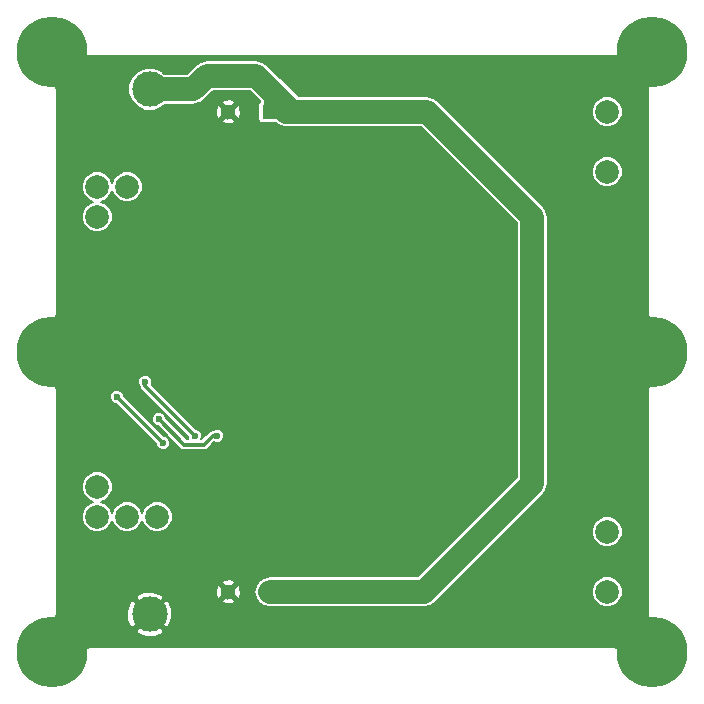
<source format=gbr>
G04 #@! TF.FileFunction,Copper,L2,Bot,Signal*
%FSLAX46Y46*%
G04 Gerber Fmt 4.6, Leading zero omitted, Abs format (unit mm)*
G04 Created by KiCad (PCBNEW 4.0.5) date 04/25/17 13:15:45*
%MOMM*%
%LPD*%
G01*
G04 APERTURE LIST*
%ADD10C,0.100000*%
%ADD11C,1.300000*%
%ADD12R,1.300000X1.300000*%
%ADD13C,3.000000*%
%ADD14C,2.000000*%
%ADD15C,6.400000*%
%ADD16R,2.800000X6.200000*%
%ADD17C,6.000000*%
%ADD18C,0.600000*%
%ADD19C,2.000000*%
%ADD20C,1.000000*%
%ADD21C,0.250000*%
%ADD22C,0.350000*%
%ADD23C,0.200000*%
G04 APERTURE END LIST*
D10*
D11*
X141915000Y-55880000D03*
D12*
X145415000Y-55880000D03*
D11*
X141915000Y-96520000D03*
D12*
X145415000Y-96520000D03*
D13*
X135255000Y-53975000D03*
X135255000Y-98425000D03*
D14*
X133350000Y-62230000D03*
X130810000Y-62230000D03*
X130810000Y-64770000D03*
X130810000Y-87630000D03*
X130810000Y-90170000D03*
X133350000Y-90170000D03*
X135890000Y-90170000D03*
X173990000Y-55880000D03*
X173990000Y-60960000D03*
X173990000Y-91440000D03*
X173990000Y-96520000D03*
D15*
X152400000Y-76200000D03*
D16*
X139700000Y-76200000D03*
D17*
X177800000Y-50800000D03*
X127000000Y-50800000D03*
X177800000Y-76200000D03*
X127000000Y-76200000D03*
X127000000Y-101600000D03*
X177800000Y-101600000D03*
D18*
X174879000Y-99060000D03*
X171069000Y-76200000D03*
X170053000Y-100330000D03*
X156337000Y-83566000D03*
X157480000Y-64516000D03*
X156337000Y-68453000D03*
X153035000Y-66040000D03*
X153035000Y-68326000D03*
X152400000Y-84328000D03*
X139065000Y-87376000D03*
X137414000Y-89281000D03*
X134874000Y-65405000D03*
X134874000Y-67691000D03*
X134874000Y-64389000D03*
X132080000Y-82550000D03*
X128524000Y-84963000D03*
X128651000Y-93726000D03*
X129540000Y-88900000D03*
X129540000Y-63500000D03*
X150114000Y-52197000D03*
X163322000Y-52959000D03*
X149860000Y-53340000D03*
X138430000Y-93980000D03*
X134620000Y-93980000D03*
X131953000Y-59944000D03*
X128397000Y-67056000D03*
X129540000Y-68707000D03*
X128397000Y-59944000D03*
X138811000Y-59944000D03*
X135890000Y-59944000D03*
X165100000Y-100330000D03*
X149860000Y-100330000D03*
X157480000Y-87757000D03*
X157480000Y-91694000D03*
X154940000Y-87757000D03*
X154940000Y-91694000D03*
X157480000Y-60706000D03*
X154940000Y-64516000D03*
X154940000Y-60706000D03*
X170180000Y-67564000D03*
X170180000Y-62484000D03*
X170180000Y-71882000D03*
X170180000Y-85090000D03*
X170180000Y-89916000D03*
X170180000Y-80772000D03*
X133350000Y-87884000D03*
X142875000Y-87249000D03*
X140208000Y-90170000D03*
X160020000Y-80772000D03*
X160020000Y-71755000D03*
X141224000Y-64643000D03*
X140462000Y-62230000D03*
X166370000Y-53848000D03*
X140335000Y-73660000D03*
X140335000Y-80010000D03*
X139065000Y-80010000D03*
X139065000Y-78740000D03*
X140335000Y-78740000D03*
X140335000Y-77470000D03*
X139065000Y-77470000D03*
X139065000Y-76200000D03*
X140335000Y-76200000D03*
X140335000Y-74930000D03*
X139065000Y-74930000D03*
X139065000Y-73660000D03*
X139065000Y-72390000D03*
X140335000Y-72390000D03*
X141605000Y-72390000D03*
X141605000Y-73660000D03*
X141605000Y-74930000D03*
X141605000Y-76200000D03*
X141605000Y-77470000D03*
X141605000Y-78740000D03*
X141605000Y-80010000D03*
X141605000Y-81280000D03*
X140335000Y-81280000D03*
X139065000Y-81280000D03*
X137795000Y-80010000D03*
X137795000Y-78740000D03*
X137795000Y-77470000D03*
X137795000Y-76200000D03*
X137795000Y-74930000D03*
X137795000Y-73660000D03*
X139065000Y-71120000D03*
X140335000Y-71120000D03*
X141605000Y-71120000D03*
X134239000Y-87376000D03*
X136144000Y-70231000D03*
X134874000Y-78740000D03*
X139065000Y-83312000D03*
X140970000Y-83312000D03*
X136017000Y-81915000D03*
X136398000Y-83947000D03*
X132461000Y-80010000D03*
D19*
X135255000Y-53975000D02*
X138938000Y-53975000D01*
X138938000Y-53975000D02*
X140081000Y-52832000D01*
X140081000Y-52832000D02*
X144272000Y-52832000D01*
X144272000Y-52832000D02*
X147320000Y-55880000D01*
X147320000Y-55880000D02*
X146812000Y-55880000D01*
X146812000Y-55880000D02*
X158750000Y-55880000D01*
D20*
X145415000Y-55880000D02*
X146812000Y-55880000D01*
D19*
X158750000Y-55880000D02*
X167640000Y-64770000D01*
X167640000Y-64770000D02*
X167640000Y-87376000D01*
X167640000Y-87376000D02*
X158496000Y-96520000D01*
X158496000Y-96520000D02*
X145415000Y-96520000D01*
D20*
X145415000Y-53975000D02*
X145415000Y-55880000D01*
X144272000Y-52832000D02*
X145415000Y-53975000D01*
X140081000Y-52832000D02*
X144272000Y-52832000D01*
X138938000Y-53975000D02*
X140081000Y-52832000D01*
X158750000Y-55880000D02*
X167640000Y-64770000D01*
X167640000Y-64770000D02*
X167640000Y-87376000D01*
X167640000Y-87376000D02*
X158496000Y-96520000D01*
X158496000Y-96520000D02*
X145415000Y-96520000D01*
D21*
X177800000Y-101600000D02*
X177419000Y-101600000D01*
X177419000Y-101600000D02*
X174879000Y-99060000D01*
X153035000Y-68326000D02*
X153035000Y-66040000D01*
X152400000Y-76200000D02*
X152400000Y-84328000D01*
X134874000Y-64389000D02*
X134874000Y-65405000D01*
X134493000Y-68707000D02*
X129540000Y-68707000D01*
X134874000Y-68326000D02*
X134874000Y-67691000D01*
X134493000Y-68707000D02*
X134874000Y-68326000D01*
X129667000Y-84963000D02*
X132080000Y-82550000D01*
X129667000Y-84963000D02*
X128524000Y-84963000D01*
X135255000Y-98425000D02*
X133223000Y-96393000D01*
X131318000Y-96393000D02*
X128651000Y-93726000D01*
X133223000Y-96393000D02*
X131318000Y-96393000D01*
X128397000Y-59944000D02*
X128397000Y-62357000D01*
X128397000Y-62357000D02*
X129540000Y-63500000D01*
X134620000Y-93980000D02*
X138430000Y-93980000D01*
X129540000Y-68199000D02*
X128397000Y-67056000D01*
X129540000Y-68707000D02*
X129540000Y-68199000D01*
X131953000Y-59944000D02*
X128397000Y-59944000D01*
X135890000Y-59944000D02*
X138811000Y-59944000D01*
X149860000Y-100330000D02*
X165100000Y-100330000D01*
X154940000Y-91694000D02*
X154940000Y-87757000D01*
X154940000Y-60706000D02*
X154940000Y-64516000D01*
X170180000Y-67564000D02*
X170180000Y-62484000D01*
X170180000Y-85090000D02*
X170180000Y-89916000D01*
X140335000Y-76200000D02*
X139065000Y-76200000D01*
X140335000Y-73660000D02*
X139065000Y-73660000D01*
X139065000Y-80010000D02*
X140335000Y-80010000D01*
X140335000Y-78740000D02*
X139065000Y-78740000D01*
X139065000Y-77470000D02*
X140335000Y-77470000D01*
X139065000Y-74930000D02*
X140335000Y-74930000D01*
X139065000Y-72390000D02*
X140335000Y-72390000D01*
X141605000Y-72390000D02*
X141605000Y-73660000D01*
X141605000Y-74930000D02*
X141605000Y-76200000D01*
X141605000Y-77470000D02*
X141605000Y-78740000D01*
X141605000Y-80010000D02*
X141605000Y-81280000D01*
X140335000Y-81280000D02*
X139065000Y-81280000D01*
X137795000Y-80010000D02*
X137795000Y-78740000D01*
X137795000Y-77470000D02*
X137795000Y-76200000D01*
X137795000Y-74930000D02*
X137795000Y-73660000D01*
X139065000Y-71120000D02*
X140335000Y-71120000D01*
D22*
X134874000Y-79121000D02*
X134874000Y-78740000D01*
X139065000Y-83312000D02*
X134874000Y-79121000D01*
X140970000Y-83312000D02*
X140589000Y-83312000D01*
X140589000Y-83312000D02*
X139827000Y-84074000D01*
X138176000Y-84074000D02*
X136017000Y-81915000D01*
X139827000Y-84074000D02*
X138176000Y-84074000D01*
X136398000Y-83947000D02*
X132461000Y-80010000D01*
D23*
G36*
X177477081Y-53793503D02*
X177474064Y-53800785D01*
X177453545Y-53831494D01*
X177446340Y-53867717D01*
X177432205Y-53901841D01*
X177432205Y-53938778D01*
X177425000Y-53975000D01*
X177425000Y-73025000D01*
X177432205Y-73061222D01*
X177432205Y-73098159D01*
X177446340Y-73132283D01*
X177453545Y-73168506D01*
X177474064Y-73199215D01*
X177488199Y-73233339D01*
X177514315Y-73259455D01*
X177534835Y-73290165D01*
X177565547Y-73310686D01*
X177591662Y-73336801D01*
X177625783Y-73350935D01*
X177656494Y-73371455D01*
X177692717Y-73378660D01*
X177700000Y-73381677D01*
X177700000Y-79018323D01*
X177692717Y-79021340D01*
X177656494Y-79028545D01*
X177625783Y-79049065D01*
X177591662Y-79063199D01*
X177565547Y-79089314D01*
X177534835Y-79109835D01*
X177514315Y-79140545D01*
X177488199Y-79166661D01*
X177474064Y-79200785D01*
X177453545Y-79231494D01*
X177446340Y-79267717D01*
X177432205Y-79301841D01*
X177432205Y-79338778D01*
X177425000Y-79375000D01*
X177425000Y-98425000D01*
X177432205Y-98461222D01*
X177432205Y-98498159D01*
X177446340Y-98532283D01*
X177453545Y-98568506D01*
X177474064Y-98599215D01*
X177477081Y-98606497D01*
X174806497Y-101277081D01*
X174799215Y-101274064D01*
X174768506Y-101253545D01*
X174732283Y-101246340D01*
X174698159Y-101232205D01*
X174661222Y-101232205D01*
X174625000Y-101225000D01*
X130175000Y-101225000D01*
X130138778Y-101232205D01*
X130101841Y-101232205D01*
X130067717Y-101246340D01*
X130031494Y-101253545D01*
X130000785Y-101274064D01*
X129993503Y-101277081D01*
X128542263Y-99825841D01*
X134066291Y-99825841D01*
X134241100Y-100075709D01*
X134949978Y-100338059D01*
X135705293Y-100309162D01*
X136268900Y-100075709D01*
X136443709Y-99825841D01*
X135255000Y-98637132D01*
X134066291Y-99825841D01*
X128542263Y-99825841D01*
X127322919Y-98606497D01*
X127325936Y-98599215D01*
X127346455Y-98568506D01*
X127353660Y-98532283D01*
X127367795Y-98498159D01*
X127367795Y-98461222D01*
X127375000Y-98425000D01*
X127375000Y-98119978D01*
X133341941Y-98119978D01*
X133370838Y-98875293D01*
X133604291Y-99438900D01*
X133854159Y-99613709D01*
X135042868Y-98425000D01*
X135467132Y-98425000D01*
X136655841Y-99613709D01*
X136905709Y-99438900D01*
X137168059Y-98730022D01*
X137139162Y-97974707D01*
X136905709Y-97411100D01*
X136752792Y-97304118D01*
X141343014Y-97304118D01*
X141413294Y-97465735D01*
X141813401Y-97585740D01*
X142228976Y-97543495D01*
X142416706Y-97465735D01*
X142486986Y-97304118D01*
X141915000Y-96732132D01*
X141343014Y-97304118D01*
X136752792Y-97304118D01*
X136655841Y-97236291D01*
X135467132Y-98425000D01*
X135042868Y-98425000D01*
X133854159Y-97236291D01*
X133604291Y-97411100D01*
X133341941Y-98119978D01*
X127375000Y-98119978D01*
X127375000Y-97024159D01*
X134066291Y-97024159D01*
X135255000Y-98212868D01*
X136443709Y-97024159D01*
X136268900Y-96774291D01*
X135560022Y-96511941D01*
X134804707Y-96540838D01*
X134241100Y-96774291D01*
X134066291Y-97024159D01*
X127375000Y-97024159D01*
X127375000Y-96418401D01*
X140849260Y-96418401D01*
X140891505Y-96833976D01*
X140969265Y-97021706D01*
X141130882Y-97091986D01*
X141702868Y-96520000D01*
X142127132Y-96520000D01*
X142699118Y-97091986D01*
X142860735Y-97021706D01*
X142980740Y-96621599D01*
X142938495Y-96206024D01*
X142860735Y-96018294D01*
X142699118Y-95948014D01*
X142127132Y-96520000D01*
X141702868Y-96520000D01*
X141130882Y-95948014D01*
X140969265Y-96018294D01*
X140849260Y-96418401D01*
X127375000Y-96418401D01*
X127375000Y-95735882D01*
X141343014Y-95735882D01*
X141915000Y-96307868D01*
X142486986Y-95735882D01*
X142416706Y-95574265D01*
X142016599Y-95454260D01*
X141601024Y-95496505D01*
X141413294Y-95574265D01*
X141343014Y-95735882D01*
X127375000Y-95735882D01*
X127375000Y-87887452D01*
X129509774Y-87887452D01*
X129707271Y-88365429D01*
X130072647Y-88731444D01*
X130478985Y-88900170D01*
X130074571Y-89067271D01*
X129708556Y-89432647D01*
X129510226Y-89910279D01*
X129509774Y-90427452D01*
X129707271Y-90905429D01*
X130072647Y-91271444D01*
X130550279Y-91469774D01*
X131067452Y-91470226D01*
X131545429Y-91272729D01*
X131911444Y-90907353D01*
X132080170Y-90501015D01*
X132247271Y-90905429D01*
X132612647Y-91271444D01*
X133090279Y-91469774D01*
X133607452Y-91470226D01*
X134085429Y-91272729D01*
X134451444Y-90907353D01*
X134620170Y-90501015D01*
X134787271Y-90905429D01*
X135152647Y-91271444D01*
X135630279Y-91469774D01*
X136147452Y-91470226D01*
X136625429Y-91272729D01*
X136991444Y-90907353D01*
X137189774Y-90429721D01*
X137190226Y-89912548D01*
X136992729Y-89434571D01*
X136627353Y-89068556D01*
X136149721Y-88870226D01*
X135632548Y-88869774D01*
X135154571Y-89067271D01*
X134788556Y-89432647D01*
X134619830Y-89838985D01*
X134452729Y-89434571D01*
X134087353Y-89068556D01*
X133609721Y-88870226D01*
X133092548Y-88869774D01*
X132614571Y-89067271D01*
X132248556Y-89432647D01*
X132079830Y-89838985D01*
X131912729Y-89434571D01*
X131547353Y-89068556D01*
X131141015Y-88899830D01*
X131545429Y-88732729D01*
X131911444Y-88367353D01*
X132109774Y-87889721D01*
X132110226Y-87372548D01*
X131912729Y-86894571D01*
X131547353Y-86528556D01*
X131069721Y-86330226D01*
X130552548Y-86329774D01*
X130074571Y-86527271D01*
X129708556Y-86892647D01*
X129510226Y-87370279D01*
X129509774Y-87887452D01*
X127375000Y-87887452D01*
X127375000Y-80128824D01*
X131860896Y-80128824D01*
X131952048Y-80349429D01*
X132120683Y-80518359D01*
X132341129Y-80609896D01*
X132389186Y-80609938D01*
X135797937Y-84018689D01*
X135797896Y-84065824D01*
X135889048Y-84286429D01*
X136057683Y-84455359D01*
X136278129Y-84546896D01*
X136516824Y-84547104D01*
X136737429Y-84455952D01*
X136906359Y-84287317D01*
X136997896Y-84066871D01*
X136998104Y-83828176D01*
X136906952Y-83607571D01*
X136738317Y-83438641D01*
X136517871Y-83347104D01*
X136469814Y-83347062D01*
X133061063Y-79938311D01*
X133061104Y-79891176D01*
X132969952Y-79670571D01*
X132801317Y-79501641D01*
X132580871Y-79410104D01*
X132342176Y-79409896D01*
X132121571Y-79501048D01*
X131952641Y-79669683D01*
X131861104Y-79890129D01*
X131860896Y-80128824D01*
X127375000Y-80128824D01*
X127375000Y-79375000D01*
X127367795Y-79338778D01*
X127367795Y-79301841D01*
X127353660Y-79267717D01*
X127346455Y-79231494D01*
X127325936Y-79200785D01*
X127311801Y-79166661D01*
X127285684Y-79140544D01*
X127265165Y-79109835D01*
X127234456Y-79089316D01*
X127208339Y-79063199D01*
X127174216Y-79049065D01*
X127143506Y-79028545D01*
X127107280Y-79021339D01*
X127100000Y-79018324D01*
X127100000Y-78858824D01*
X134273896Y-78858824D01*
X134365048Y-79079429D01*
X134399000Y-79113440D01*
X134399000Y-79121000D01*
X134435157Y-79302775D01*
X134538124Y-79456876D01*
X138464937Y-83383689D01*
X138464896Y-83430824D01*
X138534385Y-83599000D01*
X138372752Y-83599000D01*
X136617063Y-81843311D01*
X136617104Y-81796176D01*
X136525952Y-81575571D01*
X136357317Y-81406641D01*
X136136871Y-81315104D01*
X135898176Y-81314896D01*
X135677571Y-81406048D01*
X135508641Y-81574683D01*
X135417104Y-81795129D01*
X135416896Y-82033824D01*
X135508048Y-82254429D01*
X135676683Y-82423359D01*
X135897129Y-82514896D01*
X135945186Y-82514938D01*
X137840124Y-84409876D01*
X137994225Y-84512843D01*
X138176000Y-84549000D01*
X139827000Y-84549000D01*
X140008775Y-84512843D01*
X140162876Y-84409876D01*
X140716389Y-83856363D01*
X140850129Y-83911896D01*
X141088824Y-83912104D01*
X141309429Y-83820952D01*
X141478359Y-83652317D01*
X141569896Y-83431871D01*
X141570104Y-83193176D01*
X141478952Y-82972571D01*
X141310317Y-82803641D01*
X141089871Y-82712104D01*
X140851176Y-82711896D01*
X140630571Y-82803048D01*
X140596560Y-82837000D01*
X140589005Y-82837000D01*
X140589000Y-82836999D01*
X140437384Y-82867158D01*
X140407225Y-82873157D01*
X140259770Y-82971683D01*
X140253124Y-82976124D01*
X139630248Y-83599000D01*
X139595498Y-83599000D01*
X139664896Y-83431871D01*
X139665104Y-83193176D01*
X139573952Y-82972571D01*
X139405317Y-82803641D01*
X139184871Y-82712104D01*
X139136814Y-82712062D01*
X135418363Y-78993611D01*
X135473896Y-78859871D01*
X135474104Y-78621176D01*
X135382952Y-78400571D01*
X135214317Y-78231641D01*
X134993871Y-78140104D01*
X134755176Y-78139896D01*
X134534571Y-78231048D01*
X134365641Y-78399683D01*
X134274104Y-78620129D01*
X134273896Y-78858824D01*
X127100000Y-78858824D01*
X127100000Y-73381676D01*
X127107280Y-73378661D01*
X127143506Y-73371455D01*
X127174216Y-73350935D01*
X127208339Y-73336801D01*
X127234456Y-73310684D01*
X127265165Y-73290165D01*
X127285684Y-73259456D01*
X127311801Y-73233339D01*
X127325936Y-73199215D01*
X127346455Y-73168506D01*
X127353660Y-73132283D01*
X127367795Y-73098159D01*
X127367795Y-73061222D01*
X127375000Y-73025000D01*
X127375000Y-62487452D01*
X129509774Y-62487452D01*
X129707271Y-62965429D01*
X130072647Y-63331444D01*
X130478985Y-63500170D01*
X130074571Y-63667271D01*
X129708556Y-64032647D01*
X129510226Y-64510279D01*
X129509774Y-65027452D01*
X129707271Y-65505429D01*
X130072647Y-65871444D01*
X130550279Y-66069774D01*
X131067452Y-66070226D01*
X131545429Y-65872729D01*
X131911444Y-65507353D01*
X132109774Y-65029721D01*
X132110226Y-64512548D01*
X131912729Y-64034571D01*
X131547353Y-63668556D01*
X131141015Y-63499830D01*
X131545429Y-63332729D01*
X131911444Y-62967353D01*
X132080170Y-62561015D01*
X132247271Y-62965429D01*
X132612647Y-63331444D01*
X133090279Y-63529774D01*
X133607452Y-63530226D01*
X134085429Y-63332729D01*
X134451444Y-62967353D01*
X134649774Y-62489721D01*
X134650226Y-61972548D01*
X134452729Y-61494571D01*
X134087353Y-61128556D01*
X133609721Y-60930226D01*
X133092548Y-60929774D01*
X132614571Y-61127271D01*
X132248556Y-61492647D01*
X132079830Y-61898985D01*
X131912729Y-61494571D01*
X131547353Y-61128556D01*
X131069721Y-60930226D01*
X130552548Y-60929774D01*
X130074571Y-61127271D01*
X129708556Y-61492647D01*
X129510226Y-61970279D01*
X129509774Y-62487452D01*
X127375000Y-62487452D01*
X127375000Y-56664118D01*
X141343014Y-56664118D01*
X141413294Y-56825735D01*
X141813401Y-56945740D01*
X142228976Y-56903495D01*
X142416706Y-56825735D01*
X142486986Y-56664118D01*
X141915000Y-56092132D01*
X141343014Y-56664118D01*
X127375000Y-56664118D01*
X127375000Y-55778401D01*
X140849260Y-55778401D01*
X140891505Y-56193976D01*
X140969265Y-56381706D01*
X141130882Y-56451986D01*
X141702868Y-55880000D01*
X142127132Y-55880000D01*
X142699118Y-56451986D01*
X142860735Y-56381706D01*
X142980740Y-55981599D01*
X142938495Y-55566024D01*
X142860735Y-55378294D01*
X142699118Y-55308014D01*
X142127132Y-55880000D01*
X141702868Y-55880000D01*
X141130882Y-55308014D01*
X140969265Y-55378294D01*
X140849260Y-55778401D01*
X127375000Y-55778401D01*
X127375000Y-54331471D01*
X133454688Y-54331471D01*
X133728145Y-54993286D01*
X134234051Y-55500076D01*
X134895387Y-55774687D01*
X135611471Y-55775312D01*
X136273286Y-55501855D01*
X136500537Y-55275000D01*
X138938000Y-55275000D01*
X139435489Y-55176043D01*
X139555458Y-55095882D01*
X141343014Y-55095882D01*
X141915000Y-55667868D01*
X142486986Y-55095882D01*
X142416706Y-54934265D01*
X142016599Y-54814260D01*
X141601024Y-54856505D01*
X141413294Y-54934265D01*
X141343014Y-55095882D01*
X139555458Y-55095882D01*
X139857239Y-54894239D01*
X140619478Y-54132000D01*
X143733522Y-54132000D01*
X144588561Y-54987039D01*
X144551721Y-55010745D01*
X144483222Y-55110997D01*
X144459123Y-55230000D01*
X144459123Y-56530000D01*
X144480042Y-56641173D01*
X144545745Y-56743279D01*
X144645997Y-56811778D01*
X144765000Y-56835877D01*
X145947594Y-56835877D01*
X146314512Y-57081043D01*
X146812000Y-57180000D01*
X158211522Y-57180000D01*
X166340000Y-65308478D01*
X166340000Y-86837522D01*
X157957522Y-95220000D01*
X145415000Y-95220000D01*
X144917512Y-95318957D01*
X144495761Y-95600761D01*
X144213957Y-96022512D01*
X144115000Y-96520000D01*
X144213957Y-97017488D01*
X144495761Y-97439239D01*
X144917512Y-97721043D01*
X145415000Y-97820000D01*
X158496000Y-97820000D01*
X158993489Y-97721043D01*
X159415239Y-97439239D01*
X160077026Y-96777452D01*
X172689774Y-96777452D01*
X172887271Y-97255429D01*
X173252647Y-97621444D01*
X173730279Y-97819774D01*
X174247452Y-97820226D01*
X174725429Y-97622729D01*
X175091444Y-97257353D01*
X175289774Y-96779721D01*
X175290226Y-96262548D01*
X175092729Y-95784571D01*
X174727353Y-95418556D01*
X174249721Y-95220226D01*
X173732548Y-95219774D01*
X173254571Y-95417271D01*
X172888556Y-95782647D01*
X172690226Y-96260279D01*
X172689774Y-96777452D01*
X160077026Y-96777452D01*
X165157026Y-91697452D01*
X172689774Y-91697452D01*
X172887271Y-92175429D01*
X173252647Y-92541444D01*
X173730279Y-92739774D01*
X174247452Y-92740226D01*
X174725429Y-92542729D01*
X175091444Y-92177353D01*
X175289774Y-91699721D01*
X175290226Y-91182548D01*
X175092729Y-90704571D01*
X174727353Y-90338556D01*
X174249721Y-90140226D01*
X173732548Y-90139774D01*
X173254571Y-90337271D01*
X172888556Y-90702647D01*
X172690226Y-91180279D01*
X172689774Y-91697452D01*
X165157026Y-91697452D01*
X168559239Y-88295239D01*
X168841043Y-87873488D01*
X168940000Y-87376000D01*
X168940000Y-64770005D01*
X168940001Y-64770000D01*
X168841043Y-64272512D01*
X168559239Y-63850761D01*
X165925930Y-61217452D01*
X172689774Y-61217452D01*
X172887271Y-61695429D01*
X173252647Y-62061444D01*
X173730279Y-62259774D01*
X174247452Y-62260226D01*
X174725429Y-62062729D01*
X175091444Y-61697353D01*
X175289774Y-61219721D01*
X175290226Y-60702548D01*
X175092729Y-60224571D01*
X174727353Y-59858556D01*
X174249721Y-59660226D01*
X173732548Y-59659774D01*
X173254571Y-59857271D01*
X172888556Y-60222647D01*
X172690226Y-60700279D01*
X172689774Y-61217452D01*
X165925930Y-61217452D01*
X160845930Y-56137452D01*
X172689774Y-56137452D01*
X172887271Y-56615429D01*
X173252647Y-56981444D01*
X173730279Y-57179774D01*
X174247452Y-57180226D01*
X174725429Y-56982729D01*
X175091444Y-56617353D01*
X175289774Y-56139721D01*
X175290226Y-55622548D01*
X175092729Y-55144571D01*
X174727353Y-54778556D01*
X174249721Y-54580226D01*
X173732548Y-54579774D01*
X173254571Y-54777271D01*
X172888556Y-55142647D01*
X172690226Y-55620279D01*
X172689774Y-56137452D01*
X160845930Y-56137452D01*
X159669239Y-54960761D01*
X159247489Y-54678957D01*
X158750000Y-54580000D01*
X147858478Y-54580000D01*
X145191239Y-51912761D01*
X144769489Y-51630957D01*
X144272000Y-51532000D01*
X140081000Y-51532000D01*
X139583511Y-51630957D01*
X139161761Y-51912761D01*
X138399522Y-52675000D01*
X136500632Y-52675000D01*
X136275949Y-52449924D01*
X135614613Y-52175313D01*
X134898529Y-52174688D01*
X134236714Y-52448145D01*
X133729924Y-52954051D01*
X133455313Y-53615387D01*
X133454688Y-54331471D01*
X127375000Y-54331471D01*
X127375000Y-53975000D01*
X127367795Y-53938778D01*
X127367795Y-53901841D01*
X127353660Y-53867717D01*
X127346455Y-53831494D01*
X127325936Y-53800785D01*
X127322919Y-53793503D01*
X129993503Y-51122919D01*
X130000785Y-51125936D01*
X130031494Y-51146455D01*
X130067717Y-51153660D01*
X130101841Y-51167795D01*
X130138778Y-51167795D01*
X130175000Y-51175000D01*
X174625000Y-51175000D01*
X174661222Y-51167795D01*
X174698159Y-51167795D01*
X174732283Y-51153660D01*
X174768506Y-51146455D01*
X174799215Y-51125936D01*
X174806497Y-51122919D01*
X177477081Y-53793503D01*
X177477081Y-53793503D01*
G37*
X177477081Y-53793503D02*
X177474064Y-53800785D01*
X177453545Y-53831494D01*
X177446340Y-53867717D01*
X177432205Y-53901841D01*
X177432205Y-53938778D01*
X177425000Y-53975000D01*
X177425000Y-73025000D01*
X177432205Y-73061222D01*
X177432205Y-73098159D01*
X177446340Y-73132283D01*
X177453545Y-73168506D01*
X177474064Y-73199215D01*
X177488199Y-73233339D01*
X177514315Y-73259455D01*
X177534835Y-73290165D01*
X177565547Y-73310686D01*
X177591662Y-73336801D01*
X177625783Y-73350935D01*
X177656494Y-73371455D01*
X177692717Y-73378660D01*
X177700000Y-73381677D01*
X177700000Y-79018323D01*
X177692717Y-79021340D01*
X177656494Y-79028545D01*
X177625783Y-79049065D01*
X177591662Y-79063199D01*
X177565547Y-79089314D01*
X177534835Y-79109835D01*
X177514315Y-79140545D01*
X177488199Y-79166661D01*
X177474064Y-79200785D01*
X177453545Y-79231494D01*
X177446340Y-79267717D01*
X177432205Y-79301841D01*
X177432205Y-79338778D01*
X177425000Y-79375000D01*
X177425000Y-98425000D01*
X177432205Y-98461222D01*
X177432205Y-98498159D01*
X177446340Y-98532283D01*
X177453545Y-98568506D01*
X177474064Y-98599215D01*
X177477081Y-98606497D01*
X174806497Y-101277081D01*
X174799215Y-101274064D01*
X174768506Y-101253545D01*
X174732283Y-101246340D01*
X174698159Y-101232205D01*
X174661222Y-101232205D01*
X174625000Y-101225000D01*
X130175000Y-101225000D01*
X130138778Y-101232205D01*
X130101841Y-101232205D01*
X130067717Y-101246340D01*
X130031494Y-101253545D01*
X130000785Y-101274064D01*
X129993503Y-101277081D01*
X128542263Y-99825841D01*
X134066291Y-99825841D01*
X134241100Y-100075709D01*
X134949978Y-100338059D01*
X135705293Y-100309162D01*
X136268900Y-100075709D01*
X136443709Y-99825841D01*
X135255000Y-98637132D01*
X134066291Y-99825841D01*
X128542263Y-99825841D01*
X127322919Y-98606497D01*
X127325936Y-98599215D01*
X127346455Y-98568506D01*
X127353660Y-98532283D01*
X127367795Y-98498159D01*
X127367795Y-98461222D01*
X127375000Y-98425000D01*
X127375000Y-98119978D01*
X133341941Y-98119978D01*
X133370838Y-98875293D01*
X133604291Y-99438900D01*
X133854159Y-99613709D01*
X135042868Y-98425000D01*
X135467132Y-98425000D01*
X136655841Y-99613709D01*
X136905709Y-99438900D01*
X137168059Y-98730022D01*
X137139162Y-97974707D01*
X136905709Y-97411100D01*
X136752792Y-97304118D01*
X141343014Y-97304118D01*
X141413294Y-97465735D01*
X141813401Y-97585740D01*
X142228976Y-97543495D01*
X142416706Y-97465735D01*
X142486986Y-97304118D01*
X141915000Y-96732132D01*
X141343014Y-97304118D01*
X136752792Y-97304118D01*
X136655841Y-97236291D01*
X135467132Y-98425000D01*
X135042868Y-98425000D01*
X133854159Y-97236291D01*
X133604291Y-97411100D01*
X133341941Y-98119978D01*
X127375000Y-98119978D01*
X127375000Y-97024159D01*
X134066291Y-97024159D01*
X135255000Y-98212868D01*
X136443709Y-97024159D01*
X136268900Y-96774291D01*
X135560022Y-96511941D01*
X134804707Y-96540838D01*
X134241100Y-96774291D01*
X134066291Y-97024159D01*
X127375000Y-97024159D01*
X127375000Y-96418401D01*
X140849260Y-96418401D01*
X140891505Y-96833976D01*
X140969265Y-97021706D01*
X141130882Y-97091986D01*
X141702868Y-96520000D01*
X142127132Y-96520000D01*
X142699118Y-97091986D01*
X142860735Y-97021706D01*
X142980740Y-96621599D01*
X142938495Y-96206024D01*
X142860735Y-96018294D01*
X142699118Y-95948014D01*
X142127132Y-96520000D01*
X141702868Y-96520000D01*
X141130882Y-95948014D01*
X140969265Y-96018294D01*
X140849260Y-96418401D01*
X127375000Y-96418401D01*
X127375000Y-95735882D01*
X141343014Y-95735882D01*
X141915000Y-96307868D01*
X142486986Y-95735882D01*
X142416706Y-95574265D01*
X142016599Y-95454260D01*
X141601024Y-95496505D01*
X141413294Y-95574265D01*
X141343014Y-95735882D01*
X127375000Y-95735882D01*
X127375000Y-87887452D01*
X129509774Y-87887452D01*
X129707271Y-88365429D01*
X130072647Y-88731444D01*
X130478985Y-88900170D01*
X130074571Y-89067271D01*
X129708556Y-89432647D01*
X129510226Y-89910279D01*
X129509774Y-90427452D01*
X129707271Y-90905429D01*
X130072647Y-91271444D01*
X130550279Y-91469774D01*
X131067452Y-91470226D01*
X131545429Y-91272729D01*
X131911444Y-90907353D01*
X132080170Y-90501015D01*
X132247271Y-90905429D01*
X132612647Y-91271444D01*
X133090279Y-91469774D01*
X133607452Y-91470226D01*
X134085429Y-91272729D01*
X134451444Y-90907353D01*
X134620170Y-90501015D01*
X134787271Y-90905429D01*
X135152647Y-91271444D01*
X135630279Y-91469774D01*
X136147452Y-91470226D01*
X136625429Y-91272729D01*
X136991444Y-90907353D01*
X137189774Y-90429721D01*
X137190226Y-89912548D01*
X136992729Y-89434571D01*
X136627353Y-89068556D01*
X136149721Y-88870226D01*
X135632548Y-88869774D01*
X135154571Y-89067271D01*
X134788556Y-89432647D01*
X134619830Y-89838985D01*
X134452729Y-89434571D01*
X134087353Y-89068556D01*
X133609721Y-88870226D01*
X133092548Y-88869774D01*
X132614571Y-89067271D01*
X132248556Y-89432647D01*
X132079830Y-89838985D01*
X131912729Y-89434571D01*
X131547353Y-89068556D01*
X131141015Y-88899830D01*
X131545429Y-88732729D01*
X131911444Y-88367353D01*
X132109774Y-87889721D01*
X132110226Y-87372548D01*
X131912729Y-86894571D01*
X131547353Y-86528556D01*
X131069721Y-86330226D01*
X130552548Y-86329774D01*
X130074571Y-86527271D01*
X129708556Y-86892647D01*
X129510226Y-87370279D01*
X129509774Y-87887452D01*
X127375000Y-87887452D01*
X127375000Y-80128824D01*
X131860896Y-80128824D01*
X131952048Y-80349429D01*
X132120683Y-80518359D01*
X132341129Y-80609896D01*
X132389186Y-80609938D01*
X135797937Y-84018689D01*
X135797896Y-84065824D01*
X135889048Y-84286429D01*
X136057683Y-84455359D01*
X136278129Y-84546896D01*
X136516824Y-84547104D01*
X136737429Y-84455952D01*
X136906359Y-84287317D01*
X136997896Y-84066871D01*
X136998104Y-83828176D01*
X136906952Y-83607571D01*
X136738317Y-83438641D01*
X136517871Y-83347104D01*
X136469814Y-83347062D01*
X133061063Y-79938311D01*
X133061104Y-79891176D01*
X132969952Y-79670571D01*
X132801317Y-79501641D01*
X132580871Y-79410104D01*
X132342176Y-79409896D01*
X132121571Y-79501048D01*
X131952641Y-79669683D01*
X131861104Y-79890129D01*
X131860896Y-80128824D01*
X127375000Y-80128824D01*
X127375000Y-79375000D01*
X127367795Y-79338778D01*
X127367795Y-79301841D01*
X127353660Y-79267717D01*
X127346455Y-79231494D01*
X127325936Y-79200785D01*
X127311801Y-79166661D01*
X127285684Y-79140544D01*
X127265165Y-79109835D01*
X127234456Y-79089316D01*
X127208339Y-79063199D01*
X127174216Y-79049065D01*
X127143506Y-79028545D01*
X127107280Y-79021339D01*
X127100000Y-79018324D01*
X127100000Y-78858824D01*
X134273896Y-78858824D01*
X134365048Y-79079429D01*
X134399000Y-79113440D01*
X134399000Y-79121000D01*
X134435157Y-79302775D01*
X134538124Y-79456876D01*
X138464937Y-83383689D01*
X138464896Y-83430824D01*
X138534385Y-83599000D01*
X138372752Y-83599000D01*
X136617063Y-81843311D01*
X136617104Y-81796176D01*
X136525952Y-81575571D01*
X136357317Y-81406641D01*
X136136871Y-81315104D01*
X135898176Y-81314896D01*
X135677571Y-81406048D01*
X135508641Y-81574683D01*
X135417104Y-81795129D01*
X135416896Y-82033824D01*
X135508048Y-82254429D01*
X135676683Y-82423359D01*
X135897129Y-82514896D01*
X135945186Y-82514938D01*
X137840124Y-84409876D01*
X137994225Y-84512843D01*
X138176000Y-84549000D01*
X139827000Y-84549000D01*
X140008775Y-84512843D01*
X140162876Y-84409876D01*
X140716389Y-83856363D01*
X140850129Y-83911896D01*
X141088824Y-83912104D01*
X141309429Y-83820952D01*
X141478359Y-83652317D01*
X141569896Y-83431871D01*
X141570104Y-83193176D01*
X141478952Y-82972571D01*
X141310317Y-82803641D01*
X141089871Y-82712104D01*
X140851176Y-82711896D01*
X140630571Y-82803048D01*
X140596560Y-82837000D01*
X140589005Y-82837000D01*
X140589000Y-82836999D01*
X140437384Y-82867158D01*
X140407225Y-82873157D01*
X140259770Y-82971683D01*
X140253124Y-82976124D01*
X139630248Y-83599000D01*
X139595498Y-83599000D01*
X139664896Y-83431871D01*
X139665104Y-83193176D01*
X139573952Y-82972571D01*
X139405317Y-82803641D01*
X139184871Y-82712104D01*
X139136814Y-82712062D01*
X135418363Y-78993611D01*
X135473896Y-78859871D01*
X135474104Y-78621176D01*
X135382952Y-78400571D01*
X135214317Y-78231641D01*
X134993871Y-78140104D01*
X134755176Y-78139896D01*
X134534571Y-78231048D01*
X134365641Y-78399683D01*
X134274104Y-78620129D01*
X134273896Y-78858824D01*
X127100000Y-78858824D01*
X127100000Y-73381676D01*
X127107280Y-73378661D01*
X127143506Y-73371455D01*
X127174216Y-73350935D01*
X127208339Y-73336801D01*
X127234456Y-73310684D01*
X127265165Y-73290165D01*
X127285684Y-73259456D01*
X127311801Y-73233339D01*
X127325936Y-73199215D01*
X127346455Y-73168506D01*
X127353660Y-73132283D01*
X127367795Y-73098159D01*
X127367795Y-73061222D01*
X127375000Y-73025000D01*
X127375000Y-62487452D01*
X129509774Y-62487452D01*
X129707271Y-62965429D01*
X130072647Y-63331444D01*
X130478985Y-63500170D01*
X130074571Y-63667271D01*
X129708556Y-64032647D01*
X129510226Y-64510279D01*
X129509774Y-65027452D01*
X129707271Y-65505429D01*
X130072647Y-65871444D01*
X130550279Y-66069774D01*
X131067452Y-66070226D01*
X131545429Y-65872729D01*
X131911444Y-65507353D01*
X132109774Y-65029721D01*
X132110226Y-64512548D01*
X131912729Y-64034571D01*
X131547353Y-63668556D01*
X131141015Y-63499830D01*
X131545429Y-63332729D01*
X131911444Y-62967353D01*
X132080170Y-62561015D01*
X132247271Y-62965429D01*
X132612647Y-63331444D01*
X133090279Y-63529774D01*
X133607452Y-63530226D01*
X134085429Y-63332729D01*
X134451444Y-62967353D01*
X134649774Y-62489721D01*
X134650226Y-61972548D01*
X134452729Y-61494571D01*
X134087353Y-61128556D01*
X133609721Y-60930226D01*
X133092548Y-60929774D01*
X132614571Y-61127271D01*
X132248556Y-61492647D01*
X132079830Y-61898985D01*
X131912729Y-61494571D01*
X131547353Y-61128556D01*
X131069721Y-60930226D01*
X130552548Y-60929774D01*
X130074571Y-61127271D01*
X129708556Y-61492647D01*
X129510226Y-61970279D01*
X129509774Y-62487452D01*
X127375000Y-62487452D01*
X127375000Y-56664118D01*
X141343014Y-56664118D01*
X141413294Y-56825735D01*
X141813401Y-56945740D01*
X142228976Y-56903495D01*
X142416706Y-56825735D01*
X142486986Y-56664118D01*
X141915000Y-56092132D01*
X141343014Y-56664118D01*
X127375000Y-56664118D01*
X127375000Y-55778401D01*
X140849260Y-55778401D01*
X140891505Y-56193976D01*
X140969265Y-56381706D01*
X141130882Y-56451986D01*
X141702868Y-55880000D01*
X142127132Y-55880000D01*
X142699118Y-56451986D01*
X142860735Y-56381706D01*
X142980740Y-55981599D01*
X142938495Y-55566024D01*
X142860735Y-55378294D01*
X142699118Y-55308014D01*
X142127132Y-55880000D01*
X141702868Y-55880000D01*
X141130882Y-55308014D01*
X140969265Y-55378294D01*
X140849260Y-55778401D01*
X127375000Y-55778401D01*
X127375000Y-54331471D01*
X133454688Y-54331471D01*
X133728145Y-54993286D01*
X134234051Y-55500076D01*
X134895387Y-55774687D01*
X135611471Y-55775312D01*
X136273286Y-55501855D01*
X136500537Y-55275000D01*
X138938000Y-55275000D01*
X139435489Y-55176043D01*
X139555458Y-55095882D01*
X141343014Y-55095882D01*
X141915000Y-55667868D01*
X142486986Y-55095882D01*
X142416706Y-54934265D01*
X142016599Y-54814260D01*
X141601024Y-54856505D01*
X141413294Y-54934265D01*
X141343014Y-55095882D01*
X139555458Y-55095882D01*
X139857239Y-54894239D01*
X140619478Y-54132000D01*
X143733522Y-54132000D01*
X144588561Y-54987039D01*
X144551721Y-55010745D01*
X144483222Y-55110997D01*
X144459123Y-55230000D01*
X144459123Y-56530000D01*
X144480042Y-56641173D01*
X144545745Y-56743279D01*
X144645997Y-56811778D01*
X144765000Y-56835877D01*
X145947594Y-56835877D01*
X146314512Y-57081043D01*
X146812000Y-57180000D01*
X158211522Y-57180000D01*
X166340000Y-65308478D01*
X166340000Y-86837522D01*
X157957522Y-95220000D01*
X145415000Y-95220000D01*
X144917512Y-95318957D01*
X144495761Y-95600761D01*
X144213957Y-96022512D01*
X144115000Y-96520000D01*
X144213957Y-97017488D01*
X144495761Y-97439239D01*
X144917512Y-97721043D01*
X145415000Y-97820000D01*
X158496000Y-97820000D01*
X158993489Y-97721043D01*
X159415239Y-97439239D01*
X160077026Y-96777452D01*
X172689774Y-96777452D01*
X172887271Y-97255429D01*
X173252647Y-97621444D01*
X173730279Y-97819774D01*
X174247452Y-97820226D01*
X174725429Y-97622729D01*
X175091444Y-97257353D01*
X175289774Y-96779721D01*
X175290226Y-96262548D01*
X175092729Y-95784571D01*
X174727353Y-95418556D01*
X174249721Y-95220226D01*
X173732548Y-95219774D01*
X173254571Y-95417271D01*
X172888556Y-95782647D01*
X172690226Y-96260279D01*
X172689774Y-96777452D01*
X160077026Y-96777452D01*
X165157026Y-91697452D01*
X172689774Y-91697452D01*
X172887271Y-92175429D01*
X173252647Y-92541444D01*
X173730279Y-92739774D01*
X174247452Y-92740226D01*
X174725429Y-92542729D01*
X175091444Y-92177353D01*
X175289774Y-91699721D01*
X175290226Y-91182548D01*
X175092729Y-90704571D01*
X174727353Y-90338556D01*
X174249721Y-90140226D01*
X173732548Y-90139774D01*
X173254571Y-90337271D01*
X172888556Y-90702647D01*
X172690226Y-91180279D01*
X172689774Y-91697452D01*
X165157026Y-91697452D01*
X168559239Y-88295239D01*
X168841043Y-87873488D01*
X168940000Y-87376000D01*
X168940000Y-64770005D01*
X168940001Y-64770000D01*
X168841043Y-64272512D01*
X168559239Y-63850761D01*
X165925930Y-61217452D01*
X172689774Y-61217452D01*
X172887271Y-61695429D01*
X173252647Y-62061444D01*
X173730279Y-62259774D01*
X174247452Y-62260226D01*
X174725429Y-62062729D01*
X175091444Y-61697353D01*
X175289774Y-61219721D01*
X175290226Y-60702548D01*
X175092729Y-60224571D01*
X174727353Y-59858556D01*
X174249721Y-59660226D01*
X173732548Y-59659774D01*
X173254571Y-59857271D01*
X172888556Y-60222647D01*
X172690226Y-60700279D01*
X172689774Y-61217452D01*
X165925930Y-61217452D01*
X160845930Y-56137452D01*
X172689774Y-56137452D01*
X172887271Y-56615429D01*
X173252647Y-56981444D01*
X173730279Y-57179774D01*
X174247452Y-57180226D01*
X174725429Y-56982729D01*
X175091444Y-56617353D01*
X175289774Y-56139721D01*
X175290226Y-55622548D01*
X175092729Y-55144571D01*
X174727353Y-54778556D01*
X174249721Y-54580226D01*
X173732548Y-54579774D01*
X173254571Y-54777271D01*
X172888556Y-55142647D01*
X172690226Y-55620279D01*
X172689774Y-56137452D01*
X160845930Y-56137452D01*
X159669239Y-54960761D01*
X159247489Y-54678957D01*
X158750000Y-54580000D01*
X147858478Y-54580000D01*
X145191239Y-51912761D01*
X144769489Y-51630957D01*
X144272000Y-51532000D01*
X140081000Y-51532000D01*
X139583511Y-51630957D01*
X139161761Y-51912761D01*
X138399522Y-52675000D01*
X136500632Y-52675000D01*
X136275949Y-52449924D01*
X135614613Y-52175313D01*
X134898529Y-52174688D01*
X134236714Y-52448145D01*
X133729924Y-52954051D01*
X133455313Y-53615387D01*
X133454688Y-54331471D01*
X127375000Y-54331471D01*
X127375000Y-53975000D01*
X127367795Y-53938778D01*
X127367795Y-53901841D01*
X127353660Y-53867717D01*
X127346455Y-53831494D01*
X127325936Y-53800785D01*
X127322919Y-53793503D01*
X129993503Y-51122919D01*
X130000785Y-51125936D01*
X130031494Y-51146455D01*
X130067717Y-51153660D01*
X130101841Y-51167795D01*
X130138778Y-51167795D01*
X130175000Y-51175000D01*
X174625000Y-51175000D01*
X174661222Y-51167795D01*
X174698159Y-51167795D01*
X174732283Y-51153660D01*
X174768506Y-51146455D01*
X174799215Y-51125936D01*
X174806497Y-51122919D01*
X177477081Y-53793503D01*
M02*

</source>
